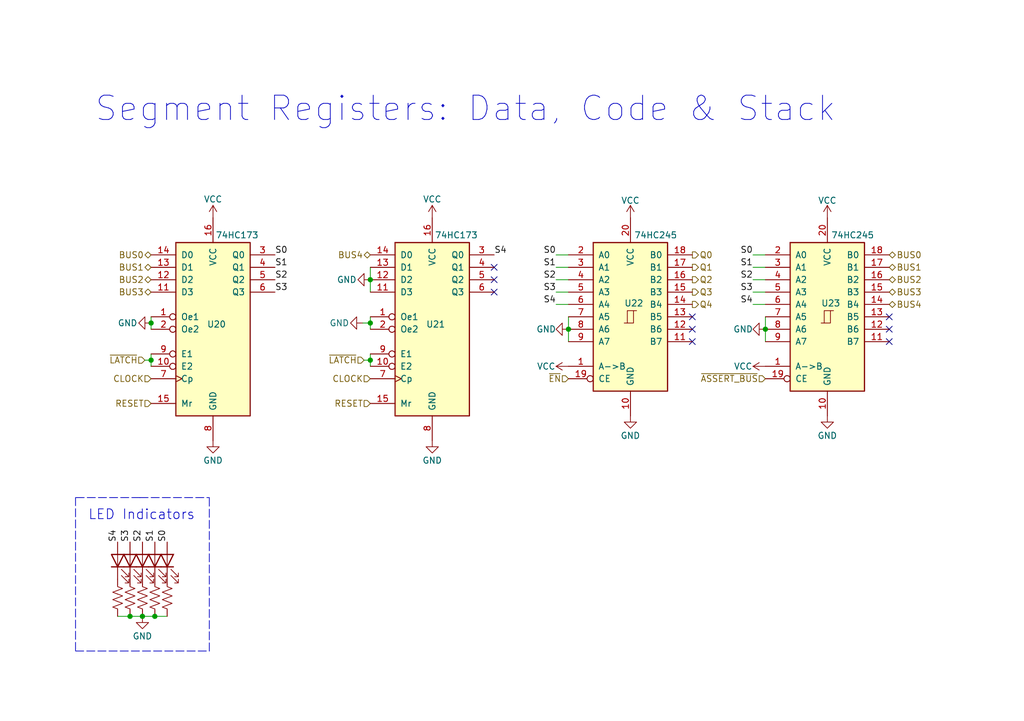
<source format=kicad_sch>
(kicad_sch (version 20211123) (generator eeschema)
  (paper "A5")
  (lib_symbols
    (symbol "74xx:74LS173" (pin_names (offset 1.016))
      (property "Reference" "U" (at -7.62 19.05 0))
      (property "Value" "74LS173" (at -7.62 -19.05 0))
      (symbol "74LS173_1_0"
        (pin input inverted (at -12.7 2.54 0) (length 5.08) (name "Oe1") (number "1"))
        (pin input inverted (at -12.7 -7.62 0) (length 5.08) (name "E2") (number "10"))
        (pin input line (at -12.7 7.62 0) (length 5.08) (name "D3") (number "11"))
        (pin input line (at -12.7 10.16 0) (length 5.08) (name "D2") (number "12"))
        (pin input line (at -12.7 12.7 0) (length 5.08) (name "D1") (number "13"))
        (pin input line (at -12.7 15.24 0) (length 5.08) (name "D0") (number "14"))
        (pin input line (at -12.7 -15.24 0) (length 5.08) (name "Mr") (number "15"))
        (pin power_in line (at 0 22.86 270) (length 5.08) (name "VCC") (number "16"))
        (pin input inverted (at -12.7 0 0) (length 5.08) (name "Oe2") (number "2"))
        (pin tri_state line (at 12.7 15.24 180) (length 5.08) (name "Q0") (number "3"))
        (pin tri_state line (at 12.7 12.7 180) (length 5.08) (name "Q1") (number "4"))
        (pin tri_state line (at 12.7 10.16 180) (length 5.08) (name "Q2") (number "5"))
        (pin tri_state line (at 12.7 7.62 180) (length 5.08) (name "Q3") (number "6"))
        (pin input clock (at -12.7 -10.16 0) (length 5.08) (name "Cp") (number "7"))
        (pin power_in line (at 0 -22.86 90) (length 5.08) (name "GND") (number "8"))
        (pin input inverted (at -12.7 -5.08 0) (length 5.08) (name "E1") (number "9"))
      )
      (symbol "74LS173_1_1"
        (rectangle (start -7.62 17.78) (end 7.62 -17.78) (stroke (width 0.254)) (fill (type background)))
      )
    )
    (symbol "74xx:74LS245" (pin_names (offset 1.016))
      (property "Reference" "U" (at -7.62 16.51 0))
      (property "Value" "74LS245" (at -7.62 -16.51 0))
      (symbol "74LS245_1_0"
        (polyline (pts (xy -0.635 -1.27) (xy -0.635 1.27) (xy 0.635 1.27)))
        (polyline (pts (xy -1.27 -1.27) (xy 0.635 -1.27) (xy 0.635 1.27) (xy 1.27 1.27)))
        (pin input line (at -12.7 -10.16 0) (length 5.08) (name "A->B") (number "1"))
        (pin power_in line (at 0 -20.32 90) (length 5.08) (name "GND") (number "10"))
        (pin tri_state line (at 12.7 -5.08 180) (length 5.08) (name "B7") (number "11"))
        (pin tri_state line (at 12.7 -2.54 180) (length 5.08) (name "B6") (number "12"))
        (pin tri_state line (at 12.7 0 180) (length 5.08) (name "B5") (number "13"))
        (pin tri_state line (at 12.7 2.54 180) (length 5.08) (name "B4") (number "14"))
        (pin tri_state line (at 12.7 5.08 180) (length 5.08) (name "B3") (number "15"))
        (pin tri_state line (at 12.7 7.62 180) (length 5.08) (name "B2") (number "16"))
        (pin tri_state line (at 12.7 10.16 180) (length 5.08) (name "B1") (number "17"))
        (pin tri_state line (at 12.7 12.7 180) (length 5.08) (name "B0") (number "18"))
        (pin input inverted (at -12.7 -12.7 0) (length 5.08) (name "CE") (number "19"))
        (pin tri_state line (at -12.7 12.7 0) (length 5.08) (name "A0") (number "2"))
        (pin power_in line (at 0 20.32 270) (length 5.08) (name "VCC") (number "20"))
        (pin tri_state line (at -12.7 10.16 0) (length 5.08) (name "A1") (number "3"))
        (pin tri_state line (at -12.7 7.62 0) (length 5.08) (name "A2") (number "4"))
        (pin tri_state line (at -12.7 5.08 0) (length 5.08) (name "A3") (number "5"))
        (pin tri_state line (at -12.7 2.54 0) (length 5.08) (name "A4") (number "6"))
        (pin tri_state line (at -12.7 0 0) (length 5.08) (name "A5") (number "7"))
        (pin tri_state line (at -12.7 -2.54 0) (length 5.08) (name "A6") (number "8"))
        (pin tri_state line (at -12.7 -5.08 0) (length 5.08) (name "A7") (number "9"))
      )
      (symbol "74LS245_1_1"
        (rectangle (start -7.62 15.24) (end 7.62 -15.24) (stroke (width 0.254)) (fill (type background)))
      )
    )
    (symbol "Device:LED" (pin_numbers hide) (pin_names (offset 1.016) hide)
      (property "Reference" "D" (at 0 2.54 0))
      (property "Value" "LED" (at 0 -2.54 0))
      (symbol "LED_0_1"
        (polyline (pts (xy -1.27 -1.27) (xy -1.27 1.27)) (stroke (width 0.254)))
        (polyline (pts (xy -1.27 0) (xy 1.27 0)))
        (polyline (pts (xy 1.27 -1.27) (xy 1.27 1.27) (xy -1.27 0) (xy 1.27 -1.27)) (stroke (width 0.254)))
        (polyline (pts (xy -3.048 -0.762) (xy -4.572 -2.286) (xy -3.81 -2.286) (xy -4.572 -2.286) (xy -4.572 -1.524)))
        (polyline (pts (xy -1.778 -0.762) (xy -3.302 -2.286) (xy -2.54 -2.286) (xy -3.302 -2.286) (xy -3.302 -1.524)))
      )
      (symbol "LED_1_1"
        (pin passive line (at -3.81 0 0) (length 2.54) (name "K") (number "1"))
        (pin passive line (at 3.81 0 180) (length 2.54) (name "A") (number "2"))
      )
    )
    (symbol "Device:R_US" (pin_numbers hide) (pin_names (offset 0))
      (property "Reference" "R" (at 2.54 0 90))
      (property "Value" "R_US" (at -2.54 0 90))
      (symbol "R_US_0_1"
        (polyline (pts (xy 0 -2.286) (xy 0 -2.54)))
        (polyline (pts (xy 0 2.286) (xy 0 2.54)))
        (polyline (pts (xy 0 -0.762) (xy 1.016 -1.143) (xy 0 -1.524) (xy -1.016 -1.905) (xy 0 -2.286)))
        (polyline (pts (xy 0 0.762) (xy 1.016 0.381) (xy 0 0) (xy -1.016 -0.381) (xy 0 -0.762)))
        (polyline (pts (xy 0 2.286) (xy 1.016 1.905) (xy 0 1.524) (xy -1.016 1.143) (xy 0 0.762)))
      )
      (symbol "R_US_1_1"
        (pin passive line (at 0 3.81 270) (length 1.27) (name "~") (number "1"))
        (pin passive line (at 0 -3.81 90) (length 1.27) (name "~") (number "2"))
      )
    )
    (symbol "power:GND" (power) (pin_names (offset 0))
      (property "Value" "GND" (at 0 -3.81 0))
      (symbol "GND_0_1"
        (polyline (pts (xy 0 0) (xy 0 -1.27) (xy 1.27 -1.27) (xy 0 -2.54) (xy -1.27 -1.27) (xy 0 -1.27)))
      )
      (symbol "GND_1_1"
        (pin power_in line (at 0 0 270) (length 0) hide (name "GND") (number "1"))
      )
    )
    (symbol "power:VCC" (power) (pin_names (offset 0))
      (property "Value" "VCC" (at 0 3.81 0))
      (symbol "VCC_0_1"
        (polyline (pts (xy -0.762 1.27) (xy 0 2.54)))
        (polyline (pts (xy 0 0) (xy 0 2.54)))
        (polyline (pts (xy 0 2.54) (xy 0.762 1.27)))
      )
      (symbol "VCC_1_1"
        (pin power_in line (at 0 0 90) (length 0) hide (name "VCC") (number "1"))
      )
    )
  )
  (junction (at 26.67 126.492))
  (junction (at 116.586 67.564))
  (junction (at 75.946 57.404))
  (junction (at 30.988 66.294))
  (junction (at 29.21 126.492))
  (junction (at 30.988 73.914))
  (junction (at 75.946 66.294))
  (junction (at 156.972 67.564))
  (junction (at 75.946 73.914))
  (junction (at 31.75 126.492))
  (no_connect (at 182.372 65.024))
  (no_connect (at 101.346 54.864))
  (no_connect (at 141.986 70.104))
  (no_connect (at 141.986 65.024))
  (no_connect (at 141.986 67.564))
  (no_connect (at 182.372 70.104))
  (no_connect (at 101.346 57.404))
  (no_connect (at 101.346 59.944))
  (no_connect (at 182.372 67.564))
  (wire (pts (xy 30.988 65.024) (xy 30.988 66.294)))
  (wire (pts (xy 30.988 66.294) (xy 30.988 67.564)))
  (wire (pts (xy 75.946 72.644) (xy 75.946 73.914)))
  (wire (pts (xy 31.75 126.492) (xy 34.29 126.492)))
  (polyline (pts (xy 15.494 102.108) (xy 15.494 133.604)))
  (wire (pts (xy 26.67 126.492) (xy 29.21 126.492)))
  (wire (pts (xy 75.946 54.864) (xy 75.946 57.404)))
  (wire (pts (xy 114.046 52.324) (xy 116.586 52.324)))
  (wire (pts (xy 156.972 67.564) (xy 156.972 70.104)))
  (wire (pts (xy 114.046 59.944) (xy 116.586 59.944)))
  (wire (pts (xy 114.046 54.864) (xy 116.586 54.864)))
  (wire (pts (xy 114.046 62.484) (xy 116.586 62.484)))
  (wire (pts (xy 154.432 52.324) (xy 156.972 52.324)))
  (wire (pts (xy 75.946 65.024) (xy 75.946 66.294)))
  (wire (pts (xy 24.13 126.492) (xy 26.67 126.492)))
  (wire (pts (xy 154.432 62.484) (xy 156.972 62.484)))
  (wire (pts (xy 30.988 73.914) (xy 30.988 75.184)))
  (wire (pts (xy 154.432 59.944) (xy 156.972 59.944)))
  (wire (pts (xy 74.422 66.294) (xy 75.946 66.294)))
  (polyline (pts (xy 28.702 102.108) (xy 15.494 102.108)))
  (polyline (pts (xy 28.702 102.108) (xy 42.926 102.108)))
  (wire (pts (xy 75.946 57.404) (xy 75.946 59.944)))
  (wire (pts (xy 29.21 126.492) (xy 31.75 126.492)))
  (wire (pts (xy 30.988 72.644) (xy 30.988 73.914)))
  (wire (pts (xy 116.586 67.564) (xy 116.586 70.104)))
  (wire (pts (xy 29.718 73.914) (xy 30.988 73.914)))
  (wire (pts (xy 75.946 66.294) (xy 75.946 67.564)))
  (wire (pts (xy 75.946 73.914) (xy 75.946 75.184)))
  (wire (pts (xy 154.432 57.404) (xy 156.972 57.404)))
  (wire (pts (xy 74.676 73.914) (xy 75.946 73.914)))
  (wire (pts (xy 154.432 54.864) (xy 156.972 54.864)))
  (polyline (pts (xy 15.494 133.604) (xy 42.926 133.604)))
  (wire (pts (xy 116.586 65.024) (xy 116.586 67.564)))
  (wire (pts (xy 156.972 65.024) (xy 156.972 67.564)))
  (wire (pts (xy 114.046 57.404) (xy 116.586 57.404)))
  (polyline (pts (xy 42.926 133.604) (xy 42.926 102.108)))
  (text "Segment Registers: Data, Code & Stack" (at 19.304 25.4 0) (effects (font (size 5 5)) (justify left bottom)))
  (text "LED Indicators" (at 18.034 106.934 0) (effects (font (size 2 2)) (justify left bottom)))
  (label "S3" (at 114.046 59.944 180))
  (label "S1" (at 114.046 54.864 180))
  (label "S4" (at 101.346 52.324 0))
  (label "S3" (at 26.67 111.252 90))
  (label "S3" (at 154.432 59.944 180))
  (label "S4" (at 24.13 111.252 90))
  (label "S1" (at 31.75 111.252 90))
  (label "S2" (at 114.046 57.404 180))
  (label "S3" (at 56.388 59.944 0))
  (label "S2" (at 29.21 111.252 90))
  (label "S4" (at 114.046 62.484 180))
  (label "S4" (at 154.432 62.484 180))
  (label "S0" (at 154.432 52.324 180))
  (label "S2" (at 154.432 57.404 180))
  (label "S0" (at 34.29 111.252 90))
  (label "S0" (at 56.388 52.324 0))
  (label "S1" (at 154.432 54.864 180))
  (label "S0" (at 114.046 52.324 180))
  (label "S2" (at 56.388 57.404 0))
  (label "S1" (at 56.388 54.864 0))
  (hierarchical_label "~{ASSERT_BUS}" (shape input) (at 156.972 77.724 180))
  (hierarchical_label "~{LATCH}" (shape input) (at 74.676 73.914 180))
  (hierarchical_label "Q2" (shape output) (at 141.986 57.404 0))
  (hierarchical_label "CLOCK" (shape input) (at 30.988 77.724 180))
  (hierarchical_label "RESET" (shape input) (at 30.988 82.804 180))
  (hierarchical_label "Q3" (shape output) (at 141.986 59.944 0))
  (hierarchical_label "BUS0" (shape tri_state) (at 30.988 52.324 180))
  (hierarchical_label "~{EN}" (shape input) (at 116.586 77.724 180))
  (hierarchical_label "BUS2" (shape tri_state) (at 182.372 57.404 0))
  (hierarchical_label "Q4" (shape output) (at 141.986 62.484 0))
  (hierarchical_label "Q0" (shape output) (at 141.986 52.324 0))
  (hierarchical_label "CLOCK" (shape input) (at 75.946 77.724 180))
  (hierarchical_label "BUS1" (shape tri_state) (at 30.988 54.864 180))
  (hierarchical_label "BUS3" (shape tri_state) (at 182.372 59.944 0))
  (hierarchical_label "Q1" (shape output) (at 141.986 54.864 0))
  (hierarchical_label "BUS1" (shape tri_state) (at 182.372 54.864 0))
  (hierarchical_label "BUS4" (shape tri_state) (at 182.372 62.484 0))
  (hierarchical_label "BUS4" (shape tri_state) (at 75.946 52.324 180))
  (hierarchical_label "BUS2" (shape tri_state) (at 30.988 57.404 180))
  (hierarchical_label "~{LATCH}" (shape input) (at 29.718 73.914 180))
  (hierarchical_label "BUS0" (shape tri_state) (at 182.372 52.324 0))
  (hierarchical_label "RESET" (shape input) (at 75.946 82.804 180))
  (hierarchical_label "BUS3" (shape tri_state) (at 30.988 59.944 180))
  (symbol (lib_id "power:VCC") (at 169.672 44.704 0)
    (property "Reference" "#PWR0104" (effects hide))
    (property "Value" "VCC" (at 169.672 41.148 0))
  )
  (symbol (lib_id "power:GND") (at 88.646 90.424 0)
    (property "Reference" "#PWR096" (effects hide))
    (property "Value" "GND" (at 88.646 94.488 0))
  )
  (symbol (lib_id "Device:R_US") (at 31.75 122.682 180)
    (property "Reference" "R49" (effects hide))
    (property "Value" "R_US" (effects hide))
    (property "Footprint" "Resistor_SMD:R_0805_2012Metric" (effects hide))
  )
  (symbol (lib_id "power:VCC") (at 156.972 75.184 90)
    (property "Reference" "#PWR0103" (effects hide))
    (property "Value" "VCC" (at 152.4 75.184 90))
  )
  (symbol (lib_id "power:GND") (at 30.988 66.294 270)
    (property "Reference" "#PWR090" (effects hide))
    (property "Value" "GND" (at 26.162 66.294 90))
  )
  (symbol (lib_id "Device:LED") (at 24.13 115.062 90)
    (property "Reference" "D45" (effects hide))
    (property "Value" "LED" (effects hide))
    (property "Footprint" "LED_SMD:LED_0805_2012Metric" (effects hide))
  )
  (symbol (lib_id "74xx:74LS173") (at 43.688 67.564 0)
    (property "Reference" "U20" (at 42.418 66.548 0) (effects (justify left)))
    (property "Value" "74HC173" (at 44.196 48.26 0) (effects (justify left)))
    (property "Footprint" "Package_SO:SO-16_3.9x9.9mm_P1.27mm" (effects hide))
    (property "Datasheet" "http://www.ti.com/lit/gpn/sn74LS173" (effects hide))
  )
  (symbol (lib_id "Device:R_US") (at 24.13 122.682 180)
    (property "Reference" "R46" (effects hide))
    (property "Value" "R_US" (effects hide))
    (property "Footprint" "Resistor_SMD:R_0805_2012Metric" (effects hide))
  )
  (symbol (lib_id "power:GND") (at 29.21 126.492 0)
    (property "Reference" "#PWR097" (effects hide))
    (property "Value" "GND" (at 29.21 130.556 0))
  )
  (symbol (lib_id "Device:LED") (at 31.75 115.062 90)
    (property "Reference" "D48" (effects hide))
    (property "Value" "LED" (effects hide))
    (property "Footprint" "LED_SMD:LED_0805_2012Metric" (effects hide))
  )
  (symbol (lib_id "power:GND") (at 74.422 66.294 270)
    (property "Reference" "#PWR093" (effects hide))
    (property "Value" "GND" (at 69.596 66.294 90))
  )
  (symbol (lib_id "Device:LED") (at 29.21 115.062 90)
    (property "Reference" "D47" (effects hide))
    (property "Value" "LED" (effects hide))
    (property "Footprint" "LED_SMD:LED_0805_2012Metric" (effects hide))
  )
  (symbol (lib_id "Device:LED") (at 26.67 115.062 90)
    (property "Reference" "D46" (effects hide))
    (property "Value" "LED" (effects hide))
    (property "Footprint" "LED_SMD:LED_0805_2012Metric" (effects hide))
  )
  (symbol (lib_id "power:VCC") (at 43.688 44.704 0)
    (property "Reference" "#PWR091" (effects hide))
    (property "Value" "VCC" (at 43.688 40.894 0))
  )
  (symbol (lib_id "power:GND") (at 129.286 85.344 0)
    (property "Reference" "#PWR0101" (effects hide))
    (property "Value" "GND" (at 129.286 89.408 0))
  )
  (symbol (lib_id "74xx:74LS173") (at 88.646 67.564 0)
    (property "Reference" "U21" (at 87.376 66.548 0) (effects (justify left)))
    (property "Value" "74HC173" (at 89.154 48.26 0) (effects (justify left)))
    (property "Footprint" "Package_SO:SO-16_3.9x9.9mm_P1.27mm" (effects hide))
    (property "Datasheet" "http://www.ti.com/lit/gpn/sn74LS173" (effects hide))
  )
  (symbol (lib_id "power:GND") (at 116.586 67.564 270)
    (property "Reference" "#PWR098" (effects hide))
    (property "Value" "GND" (at 112.014 67.564 90))
  )
  (symbol (lib_id "74xx:74LS245") (at 129.286 65.024 0)
    (property "Reference" "U22" (at 128.016 62.23 0) (effects (justify left)))
    (property "Value" "74HC245" (at 130.048 48.26 0) (effects (justify left)))
    (property "Footprint" "Package_SO:SO-20_12.8x7.5mm_P1.27mm" (effects hide))
    (property "Datasheet" "http://www.ti.com/lit/gpn/sn74LS245" (effects hide))
  )
  (symbol (lib_id "Device:R_US") (at 26.67 122.682 180)
    (property "Reference" "R47" (effects hide))
    (property "Value" "R_US" (effects hide))
    (property "Footprint" "Resistor_SMD:R_0805_2012Metric" (effects hide))
  )
  (symbol (lib_id "power:GND") (at 75.946 57.404 270)
    (property "Reference" "#PWR094" (effects hide))
    (property "Value" "GND" (at 71.12 57.404 90))
  )
  (symbol (lib_id "power:GND") (at 156.972 67.564 270)
    (property "Reference" "#PWR0102" (effects hide))
    (property "Value" "GND" (at 152.4 67.564 90))
  )
  (symbol (lib_id "power:VCC") (at 129.286 44.704 0)
    (property "Reference" "#PWR0100" (effects hide))
    (property "Value" "VCC" (at 129.286 41.148 0))
  )
  (symbol (lib_id "Device:R_US") (at 34.29 122.682 180)
    (property "Reference" "R50" (effects hide))
    (property "Value" "R_US" (effects hide))
    (property "Footprint" "Resistor_SMD:R_0805_2012Metric" (effects hide))
  )
  (symbol (lib_id "power:VCC") (at 116.586 75.184 90)
    (property "Reference" "#PWR099" (effects hide))
    (property "Value" "VCC" (at 112.014 75.184 90))
  )
  (symbol (lib_id "power:GND") (at 43.688 90.424 0)
    (property "Reference" "#PWR092" (effects hide))
    (property "Value" "GND" (at 43.688 94.488 0))
  )
  (symbol (lib_id "Device:LED") (at 34.29 115.062 90)
    (property "Reference" "D49" (effects hide))
    (property "Value" "LED" (effects hide))
    (property "Footprint" "LED_SMD:LED_0805_2012Metric" (effects hide))
  )
  (symbol (lib_id "Device:R_US") (at 29.21 122.682 180)
    (property "Reference" "R48" (effects hide))
    (property "Value" "R_US" (effects hide))
    (property "Footprint" "Resistor_SMD:R_0805_2012Metric" (effects hide))
  )
  (symbol (lib_id "power:GND") (at 169.672 85.344 0)
    (property "Reference" "#PWR0105" (effects hide))
    (property "Value" "GND" (at 169.672 89.408 0))
  )
  (symbol (lib_id "power:VCC") (at 88.646 44.704 0)
    (property "Reference" "#PWR095" (effects hide))
    (property "Value" "VCC" (at 88.646 40.894 0))
  )
  (symbol (lib_id "74xx:74LS245") (at 169.672 65.024 0)
    (property "Reference" "U23" (at 168.402 62.23 0) (effects (justify left)))
    (property "Value" "74HC245" (at 170.434 48.26 0) (effects (justify left)))
    (property "Footprint" "Package_SO:SO-20_12.8x7.5mm_P1.27mm" (effects hide))
    (property "Datasheet" "http://www.ti.com/lit/gpn/sn74LS245" (effects hide))
  )
)
</source>
